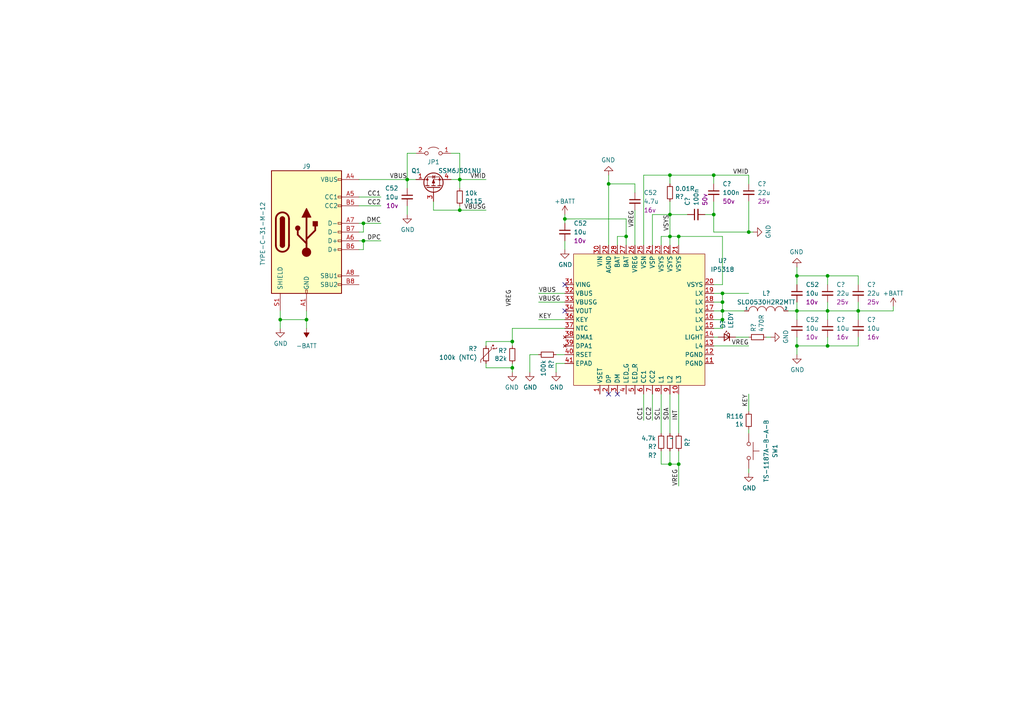
<source format=kicad_sch>
(kicad_sch (version 20230121) (generator eeschema)
  (paper "A4")
  (lib_symbols
    (symbol "Connector:USB_C_Receptacle_USB2.0" (pin_names (offset 1.016))
      (property "Reference" "J" (at -10.16 19.05 0))
      (property "Value" "USB_C_Receptacle_USB2.0" (at 19.05 19.05 0))
      (symbol "USB_C_Receptacle_USB2.0_0_0"
        (rectangle (start -0.254 -17.78) (end 0.254 -16.764))
        (rectangle (start 10.16 -14.986) (end 9.144 -15.494))
        (rectangle (start 10.16 -12.446) (end 9.144 -12.954))
        (rectangle (start 10.16 -4.826) (end 9.144 -5.334))
        (rectangle (start 10.16 -2.286) (end 9.144 -2.794))
        (rectangle (start 10.16 0.254) (end 9.144 -0.254))
        (rectangle (start 10.16 2.794) (end 9.144 2.286))
        (rectangle (start 10.16 7.874) (end 9.144 7.366))
        (rectangle (start 10.16 10.414) (end 9.144 9.906))
        (rectangle (start 10.16 15.494) (end 9.144 14.986))
      )
      (symbol "USB_C_Receptacle_USB2.0_0_1"
        (rectangle (start -10.16 17.78) (end 10.16 -17.78) (stroke (width 0.254)) (fill (type background)))
        (arc (start -8.89 -3.81) (mid -6.985 -5.7067) (end -5.08 -3.81) (stroke (width 0.508)))
        (arc (start -7.62 -3.81) (mid -6.985 -4.4423) (end -6.35 -3.81) (stroke (width 0.254)))
        (arc (start -7.62 -3.81) (mid -6.985 -4.4423) (end -6.35 -3.81) (stroke (width 0.254)) (fill (type outline)))
        (rectangle (start -7.62 -3.81) (end -6.35 3.81) (stroke (width 0.254)) (fill (type outline)))
        (arc (start -6.35 3.81) (mid -6.985 4.4423) (end -7.62 3.81) (stroke (width 0.254)))
        (arc (start -6.35 3.81) (mid -6.985 4.4423) (end -7.62 3.81) (stroke (width 0.254)) (fill (type outline)))
        (arc (start -5.08 3.81) (mid -6.985 5.7067) (end -8.89 3.81) (stroke (width 0.508)))
        (circle (center -2.54 1.143) (radius 0.635) (stroke (width 0.254)) (fill (type outline)))
        (circle (center 0 -5.842) (radius 1.27) (fill (type outline)))
        (polyline (pts (xy -8.89 -3.81) (xy -8.89 3.81)) (stroke (width 0.508)))
        (polyline (pts (xy -5.08 3.81) (xy -5.08 -3.81)) (stroke (width 0.508)))
        (polyline (pts (xy 0 -5.842) (xy 0 4.318)) (stroke (width 0.508)))
        (polyline (pts (xy 0 -3.302) (xy -2.54 -0.762) (xy -2.54 0.508)) (stroke (width 0.508)))
        (polyline (pts (xy 0 -2.032) (xy 2.54 0.508) (xy 2.54 1.778)) (stroke (width 0.508)))
        (polyline (pts (xy -1.27 4.318) (xy 0 6.858) (xy 1.27 4.318) (xy -1.27 4.318)) (stroke (width 0.254)) (fill (type outline)))
        (rectangle (start 1.905 1.778) (end 3.175 3.048) (stroke (width 0.254)) (fill (type outline)))
      )
      (symbol "USB_C_Receptacle_USB2.0_1_1"
        (pin passive line (at 0 -22.86 90) (length 5.08) (name "GND") (number "A1"))
        (pin passive line (at 0 -22.86 90) (length 5.08) hide (name "GND") (number "A12"))
        (pin passive line (at 15.24 15.24 180) (length 5.08) (name "VBUS") (number "A4"))
        (pin bidirectional line (at 15.24 10.16 180) (length 5.08) (name "CC1") (number "A5"))
        (pin bidirectional line (at 15.24 -2.54 180) (length 5.08) (name "D+") (number "A6"))
        (pin bidirectional line (at 15.24 2.54 180) (length 5.08) (name "D-") (number "A7"))
        (pin bidirectional line (at 15.24 -12.7 180) (length 5.08) (name "SBU1") (number "A8"))
        (pin passive line (at 15.24 15.24 180) (length 5.08) hide (name "VBUS") (number "A9"))
        (pin passive line (at 0 -22.86 90) (length 5.08) hide (name "GND") (number "B1"))
        (pin passive line (at 0 -22.86 90) (length 5.08) hide (name "GND") (number "B12"))
        (pin passive line (at 15.24 15.24 180) (length 5.08) hide (name "VBUS") (number "B4"))
        (pin bidirectional line (at 15.24 7.62 180) (length 5.08) (name "CC2") (number "B5"))
        (pin bidirectional line (at 15.24 -5.08 180) (length 5.08) (name "D+") (number "B6"))
        (pin bidirectional line (at 15.24 0 180) (length 5.08) (name "D-") (number "B7"))
        (pin bidirectional line (at 15.24 -15.24 180) (length 5.08) (name "SBU2") (number "B8"))
        (pin passive line (at 15.24 15.24 180) (length 5.08) hide (name "VBUS") (number "B9"))
        (pin passive line (at -7.62 -22.86 90) (length 5.08) (name "SHIELD") (number "S1"))
      )
    )
    (symbol "Device:C_Small" (pin_numbers hide) (pin_names (offset 0.254) hide)
      (property "Reference" "C" (at 0.254 1.778 0))
      (property "Value" "C_Small" (at 0.254 -2.032 0))
      (symbol "C_Small_0_1"
        (polyline (pts (xy -1.524 -0.508) (xy 1.524 -0.508)) (stroke (width 0.3302)))
        (polyline (pts (xy -1.524 0.508) (xy 1.524 0.508)) (stroke (width 0.3048)))
      )
      (symbol "C_Small_1_1"
        (pin passive line (at 0 2.54 270) (length 2.032) (name "~") (number "1"))
        (pin passive line (at 0 -2.54 90) (length 2.032) (name "~") (number "2"))
      )
    )
    (symbol "Device:LED_Small" (pin_numbers hide) (pin_names (offset 0.254) hide)
      (property "Reference" "D" (at -1.27 3.175 0))
      (property "Value" "LED_Small" (at -4.445 -2.54 0))
      (symbol "LED_Small_0_1"
        (polyline (pts (xy -0.762 -1.016) (xy -0.762 1.016)) (stroke (width 0.254)))
        (polyline (pts (xy 1.016 0) (xy -0.762 0)))
        (polyline (pts (xy 0.762 -1.016) (xy -0.762 0) (xy 0.762 1.016) (xy 0.762 -1.016)) (stroke (width 0.254)))
        (polyline (pts (xy 0 0.762) (xy -0.508 1.27) (xy -0.254 1.27) (xy -0.508 1.27) (xy -0.508 1.016)))
        (polyline (pts (xy 0.508 1.27) (xy 0 1.778) (xy 0.254 1.778) (xy 0 1.778) (xy 0 1.524)))
      )
      (symbol "LED_Small_1_1"
        (pin passive line (at -2.54 0 0) (length 1.778) (name "K") (number "1"))
        (pin passive line (at 2.54 0 180) (length 1.778) (name "A") (number "2"))
      )
    )
    (symbol "Device:R_Small" (pin_numbers hide) (pin_names (offset 0.254) hide)
      (property "Reference" "R" (at 0.762 0.508 0))
      (property "Value" "R_Small" (at 0.762 -1.016 0))
      (symbol "R_Small_0_1"
        (rectangle (start -0.762 1.778) (end 0.762 -1.778) (stroke (width 0.2032)))
      )
      (symbol "R_Small_1_1"
        (pin passive line (at 0 2.54 270) (length 0.762) (name "~") (number "1"))
        (pin passive line (at 0 -2.54 90) (length 0.762) (name "~") (number "2"))
      )
    )
    (symbol "Jumper:Jumper_2_Open" (pin_names (offset 0) hide)
      (property "Reference" "JP" (at 0 2.794 0))
      (property "Value" "Jumper_2_Open" (at 0 -2.286 0))
      (symbol "Jumper_2_Open_0_0"
        (circle (center -2.032 0) (radius 0.508))
        (circle (center 2.032 0) (radius 0.508))
      )
      (symbol "Jumper_2_Open_0_1"
        (arc (start 1.524 1.27) (mid 0 1.778) (end -1.524 1.27))
      )
      (symbol "Jumper_2_Open_1_1"
        (pin passive line (at -5.08 0 0) (length 2.54) (name "A") (number "1"))
        (pin passive line (at 5.08 0 180) (length 2.54) (name "B") (number "2"))
      )
    )
    (symbol "MAS_IC_PowerSupply:IP5318"
      (property "Reference" "U" (at 13.97 22.86 0))
      (property "Value" "IP5318" (at 13.97 20.32 0))
      (symbol "IP5318_0_0"
        (pin power_out line (at -21.59 7.62 0) (length 2.54) (name "VBUS") (number "32"))
        (pin output line (at -21.59 5.08 0) (length 2.54) (name "VBUSG") (number "33"))
      )
      (symbol "IP5318_0_1"
        (rectangle (start -19.05 19.05) (end 19.05 -19.05) (stroke (width 0.1524)) (fill (type background)))
      )
      (symbol "IP5318_1_0"
        (pin bidirectional line (at -8.89 -21.59 90) (length 2.54) (name "DP") (number "2"))
        (pin bidirectional line (at -6.35 -21.59 90) (length 2.54) (name "DM") (number "3"))
        (pin power_out line (at -21.59 2.54 0) (length 2.54) (name "VOUT") (number "34"))
        (pin input line (at -21.59 -2.54 0) (length 2.54) (name "NTC") (number "37"))
        (pin no_connect line (at -21.59 -5.08 0) (length 2.54) (name "DMA1") (number "38"))
        (pin no_connect line (at -21.59 -7.62 0) (length 2.54) (name "DPA1") (number "39"))
        (pin bidirectional line (at 1.27 -21.59 90) (length 2.54) (name "CC1") (number "6"))
        (pin bidirectional line (at 3.81 -21.59 90) (length 2.54) (name "CC2") (number "7"))
      )
      (symbol "IP5318_1_1"
        (pin input line (at -11.43 -21.59 90) (length 2.54) (name "VSET") (number "1"))
        (pin bidirectional line (at 11.43 -21.59 90) (length 2.54) (name "L3") (number "10"))
        (pin power_in line (at 21.59 -12.7 180) (length 2.54) (name "PGND") (number "11"))
        (pin power_in line (at 21.59 -10.16 180) (length 2.54) (name "PGND") (number "12"))
        (pin bidirectional line (at 21.59 -7.62 180) (length 2.54) (name "L4") (number "13"))
        (pin output line (at 21.59 -5.08 180) (length 2.54) (name "LIGHT") (number "14"))
        (pin bidirectional line (at 21.59 -2.54 180) (length 2.54) (name "LX") (number "15"))
        (pin bidirectional line (at 21.59 0 180) (length 2.54) (name "LX") (number "16"))
        (pin bidirectional line (at 21.59 2.54 180) (length 2.54) (name "LX") (number "17"))
        (pin bidirectional line (at 21.59 5.08 180) (length 2.54) (name "LX") (number "18"))
        (pin bidirectional line (at 21.59 7.62 180) (length 2.54) (name "LX") (number "19"))
        (pin power_out line (at 21.59 10.16 180) (length 2.54) (name "VSYS") (number "20"))
        (pin power_out line (at 11.43 21.59 270) (length 2.54) (name "VSYS") (number "21"))
        (pin power_out line (at 8.89 21.59 270) (length 2.54) (name "VSYS") (number "22"))
        (pin power_out line (at 6.35 21.59 270) (length 2.54) (name "VSYS") (number "23"))
        (pin input line (at 3.81 21.59 270) (length 2.54) (name "VSP") (number "24"))
        (pin input line (at 1.27 21.59 270) (length 2.54) (name "VSN") (number "25"))
        (pin output line (at -1.27 21.59 270) (length 2.54) (name "VREG") (number "26"))
        (pin bidirectional line (at -3.81 21.59 270) (length 2.54) (name "BAT") (number "27"))
        (pin bidirectional line (at -6.35 21.59 270) (length 2.54) (name "BAT") (number "28"))
        (pin power_in line (at -8.89 21.59 270) (length 2.54) (name "AGND") (number "29"))
        (pin power_in line (at -11.43 21.59 270) (length 2.54) (name "VIN") (number "30"))
        (pin output line (at -21.59 10.16 0) (length 2.54) (name "VING") (number "31"))
        (pin input line (at -21.59 0 0) (length 2.54) (name "KEY") (number "36"))
        (pin output line (at -3.81 -21.59 90) (length 2.54) (name "LED_G") (number "4"))
        (pin input line (at -21.59 -10.16 0) (length 2.54) (name "RSET") (number "40"))
        (pin power_in line (at -21.59 -12.7 0) (length 2.54) (name "EPAD") (number "41"))
        (pin output line (at -1.27 -21.59 90) (length 2.54) (name "LED_R") (number "5"))
        (pin bidirectional line (at 6.35 -21.59 90) (length 2.54) (name "L1") (number "8"))
        (pin bidirectional line (at 8.89 -21.59 90) (length 2.54) (name "L2") (number "9"))
      )
    )
    (symbol "MAS_Resistors:Thermistor_NTC" (pin_numbers hide) (pin_names (offset 1.016))
      (property "Reference" "R" (at -2.54 0 90))
      (property "Value" "Thermistor_NTC" (at 3.81 0 90))
      (symbol "Thermistor_NTC_0_0"
        (text "t°" (at -2.54 2.286 900) (effects (font (size 1.27 1.27))))
      )
      (symbol "Thermistor_NTC_0_1"
        (rectangle (start 0.762 -1.778) (end -0.762 1.778) (stroke (width 0.2032)))
      )
      (symbol "Thermistor_NTC_1_1"
        (polyline (pts (xy -1.524 2.286) (xy -1.524 1.524) (xy 1.524 -1.524) (xy 1.524 -2.286)))
        (pin passive line (at 0 2.54 270) (length 0.762) (name "~") (number "1"))
        (pin passive line (at 0 -2.54 90) (length 0.762) (name "~") (number "2"))
      )
    )
    (symbol "MAS_Transistors:SSM6J501NU" (pin_names hide)
      (property "Reference" "Q" (at 2.54 0 0))
      (property "Value" "SSM6J501NU" (at 2.54 -2.54 0))
      (symbol "SSM6J501NU_1_1"
        (circle (center -0.889 0) (radius 2.794) (stroke (width 0.254)))
        (circle (center 0 -1.778) (radius 0.254) (fill (type outline)))
        (polyline (pts (xy -2.286 0) (xy -3.81 0)))
        (polyline (pts (xy -2.286 1.905) (xy -2.286 -1.905)) (stroke (width 0.254)))
        (polyline (pts (xy -1.778 -1.27) (xy -1.778 -2.286)) (stroke (width 0.254)))
        (polyline (pts (xy -1.778 0.508) (xy -1.778 -0.508)) (stroke (width 0.254)))
        (polyline (pts (xy -1.778 2.286) (xy -1.778 1.27)) (stroke (width 0.254)))
        (polyline (pts (xy 0 2.54) (xy 0 1.778)))
        (polyline (pts (xy 0 -2.54) (xy 0 0) (xy -1.778 0)))
        (polyline (pts (xy -1.778 -1.778) (xy 0.762 -1.778) (xy 0.762 1.778) (xy -1.778 1.778)))
        (polyline (pts (xy 0 0) (xy -1.016 -0.381) (xy -1.016 0.381) (xy 0 0)) (fill (type outline)))
        (polyline (pts (xy 0.762 -0.381) (xy 1.143 0.254) (xy 0.381 0.254) (xy 0.762 -0.381)))
        (polyline (pts (xy 1.27 -0.508) (xy 1.143 -0.381) (xy 0.381 -0.381) (xy 0.254 -0.254)))
        (circle (center 0 1.778) (radius 0.254) (fill (type outline)))
        (pin passive line (at 0 5.08 270) (length 2.54) (name "D1") (number "1"))
        (pin passive line (at 0 5.08 270) (length 2.54) hide (name "D1") (number "2"))
        (pin input line (at -6.35 0 0) (length 2.54) (name "G1") (number "3"))
        (pin passive line (at 0 -5.08 90) (length 2.54) (name "S1") (number "4"))
        (pin passive line (at 0 5.08 270) (length 2.54) hide (name "D1") (number "5"))
        (pin passive line (at 0 5.08 270) (length 2.54) hide (name "D1") (number "6"))
        (pin passive line (at 0 -5.08 90) (length 2.54) hide (name "S1") (number "7"))
        (pin passive line (at 0 5.08 270) (length 2.54) hide (name "D1") (number "8"))
      )
    )
    (symbol "Switch:SW_Push" (pin_numbers hide) (pin_names (offset 1.016) hide)
      (property "Reference" "SW" (at 1.27 2.54 0))
      (property "Value" "SW_Push" (at 0 -1.524 0))
      (symbol "SW_Push_0_1"
        (circle (center -2.032 0) (radius 0.508))
        (polyline (pts (xy 0 1.27) (xy 0 3.048)))
        (polyline (pts (xy 2.54 1.27) (xy -2.54 1.27)))
        (circle (center 2.032 0) (radius 0.508))
        (pin passive line (at -5.08 0 0) (length 2.54) (name "1") (number "1"))
        (pin passive line (at 5.08 0 180) (length 2.54) (name "2") (number "2"))
      )
    )
    (symbol "power:+BATT" (power) (pin_names (offset 0))
      (property "Value" "+BATT" (at 0 3.556 0))
      (symbol "+BATT_0_1"
        (polyline (pts (xy -0.762 1.27) (xy 0 2.54)))
        (polyline (pts (xy 0 0) (xy 0 2.54)))
        (polyline (pts (xy 0 2.54) (xy 0.762 1.27)))
      )
      (symbol "+BATT_1_1"
        (pin power_in line (at 0 0 90) (length 0) hide (name "+BATT") (number "1"))
      )
    )
    (symbol "power:-BATT" (power) (pin_names (offset 0))
      (property "Value" "-BATT" (at 0 3.556 0))
      (symbol "-BATT_0_1"
        (polyline (pts (xy 0 0) (xy 0 2.54)))
        (polyline (pts (xy 0.762 1.27) (xy -0.762 1.27) (xy 0 2.54) (xy 0.762 1.27)) (fill (type outline)))
      )
      (symbol "-BATT_1_1"
        (pin power_in line (at 0 0 90) (length 0) hide (name "-BATT") (number "1"))
      )
    )
    (symbol "power:GND" (power) (pin_names (offset 0))
      (property "Value" "GND" (at 0 -3.81 0))
      (symbol "GND_0_1"
        (polyline (pts (xy 0 0) (xy 0 -1.27) (xy 1.27 -1.27) (xy 0 -2.54) (xy -1.27 -1.27) (xy 0 -1.27)))
      )
      (symbol "GND_1_1"
        (pin power_in line (at 0 0 270) (length 0) hide (name "GND") (number "1"))
      )
    )
    (symbol "pspice:INDUCTOR" (pin_numbers hide) (pin_names (offset 0))
      (property "Reference" "L" (at 0 2.54 0))
      (property "Value" "INDUCTOR" (at 0 -1.27 0))
      (symbol "INDUCTOR_0_1"
        (arc (start -2.54 0) (mid -3.81 1.2645) (end -5.08 0))
        (arc (start 0 0) (mid -1.27 1.2645) (end -2.54 0))
        (arc (start 2.54 0) (mid 1.27 1.2645) (end 0 0))
        (arc (start 5.08 0) (mid 3.81 1.2645) (end 2.54 0))
      )
      (symbol "INDUCTOR_1_1"
        (pin input line (at -6.35 0 0) (length 1.27) (name "1") (number "1"))
        (pin input line (at 6.35 0 180) (length 1.27) (name "2") (number "2"))
      )
    )
  )
  (junction (at 209.55 85.09))
  (junction (at 240.03 90.17))
  (junction (at 209.55 90.17))
  (junction (at 181.61 68.58))
  (junction (at 217.17 67.31))
  (junction (at 209.55 87.63))
  (junction (at 105.41 64.77))
  (junction (at 209.55 92.71))
  (junction (at 194.31 68.58))
  (junction (at 196.85 68.58))
  (junction (at 240.03 80.01))
  (junction (at 118.11 52.07))
  (junction (at 231.14 90.17))
  (junction (at 133.35 60.96))
  (junction (at 231.14 80.01))
  (junction (at 194.31 134.62))
  (junction (at 207.01 50.8))
  (junction (at 176.53 53.34))
  (junction (at 81.28 92.71))
  (junction (at 88.9 92.71))
  (junction (at 148.59 106.68))
  (junction (at 148.59 99.06))
  (junction (at 240.03 100.33))
  (junction (at 105.41 69.85))
  (junction (at 133.35 52.07))
  (junction (at 248.92 90.17))
  (junction (at 194.31 50.8))
  (junction (at 207.01 62.23))
  (junction (at 196.85 134.62))
  (junction (at 194.31 62.23))
  (junction (at 231.14 100.33))
  (junction (at 163.83 63.5))
  (no_connect (at 163.83 82.55))
  (no_connect (at 179.07 114.3))
  (no_connect (at 163.83 90.17))
  (no_connect (at 176.53 114.3))
  (wire (pts (xy 148.59 99.06) (xy 148.59 100.33)))
  (wire (pts (xy 231.14 90.17) (xy 240.03 90.17)))
  (wire (pts (xy 105.41 69.85) (xy 110.49 69.85)))
  (wire (pts (xy 248.92 90.17) (xy 259.08 90.17)))
  (wire (pts (xy 153.67 107.95) (xy 153.67 102.87)))
  (wire (pts (xy 104.14 52.07) (xy 118.11 52.07)))
  (wire (pts (xy 133.35 44.45) (xy 130.81 44.45)))
  (wire (pts (xy 196.85 68.58) (xy 194.31 68.58)))
  (wire (pts (xy 207.01 50.8) (xy 217.17 50.8)))
  (wire (pts (xy 186.69 50.8) (xy 194.31 50.8)))
  (wire (pts (xy 104.14 64.77) (xy 105.41 64.77)))
  (wire (pts (xy 217.17 67.31) (xy 218.44 67.31)))
  (wire (pts (xy 240.03 80.01) (xy 240.03 82.55)))
  (wire (pts (xy 209.55 90.17) (xy 209.55 92.71)))
  (wire (pts (xy 194.31 71.12) (xy 194.31 68.58)))
  (wire (pts (xy 88.9 92.71) (xy 81.28 92.71)))
  (wire (pts (xy 209.55 82.55) (xy 209.55 68.58)))
  (wire (pts (xy 189.23 114.3) (xy 189.23 121.92)))
  (wire (pts (xy 179.07 71.12) (xy 179.07 68.58)))
  (wire (pts (xy 209.55 92.71) (xy 209.55 95.25)))
  (wire (pts (xy 240.03 100.33) (xy 240.03 97.79)))
  (wire (pts (xy 248.92 90.17) (xy 248.92 92.71)))
  (wire (pts (xy 248.92 80.01) (xy 248.92 82.55)))
  (wire (pts (xy 161.29 105.41) (xy 161.29 107.95)))
  (wire (pts (xy 231.14 87.63) (xy 231.14 90.17)))
  (wire (pts (xy 186.69 71.12) (xy 186.69 50.8)))
  (wire (pts (xy 176.53 53.34) (xy 176.53 71.12)))
  (wire (pts (xy 191.77 68.58) (xy 191.77 71.12)))
  (wire (pts (xy 191.77 68.58) (xy 194.31 68.58)))
  (wire (pts (xy 194.31 114.3) (xy 194.31 125.73)))
  (wire (pts (xy 196.85 71.12) (xy 196.85 68.58)))
  (wire (pts (xy 133.35 52.07) (xy 130.81 52.07)))
  (wire (pts (xy 228.6 90.17) (xy 231.14 90.17)))
  (wire (pts (xy 163.83 92.71) (xy 156.21 92.71)))
  (wire (pts (xy 207.01 62.23) (xy 207.01 67.31)))
  (wire (pts (xy 148.59 95.25) (xy 163.83 95.25)))
  (wire (pts (xy 181.61 63.5) (xy 163.83 63.5)))
  (wire (pts (xy 196.85 134.62) (xy 196.85 140.97)))
  (wire (pts (xy 133.35 52.07) (xy 140.97 52.07)))
  (wire (pts (xy 186.69 114.3) (xy 186.69 121.92)))
  (wire (pts (xy 248.92 100.33) (xy 248.92 97.79)))
  (wire (pts (xy 88.9 90.17) (xy 88.9 92.71)))
  (wire (pts (xy 191.77 134.62) (xy 191.77 130.81)))
  (wire (pts (xy 231.14 90.17) (xy 231.14 92.71)))
  (wire (pts (xy 194.31 130.81) (xy 194.31 134.62)))
  (wire (pts (xy 240.03 90.17) (xy 240.03 92.71)))
  (wire (pts (xy 176.53 53.34) (xy 184.15 53.34)))
  (wire (pts (xy 240.03 80.01) (xy 231.14 80.01)))
  (wire (pts (xy 163.83 87.63) (xy 156.21 87.63)))
  (wire (pts (xy 125.73 60.96) (xy 125.73 58.42)))
  (wire (pts (xy 81.28 92.71) (xy 81.28 95.25)))
  (wire (pts (xy 207.01 67.31) (xy 217.17 67.31)))
  (wire (pts (xy 104.14 72.39) (xy 105.41 72.39)))
  (wire (pts (xy 231.14 80.01) (xy 231.14 77.47)))
  (wire (pts (xy 194.31 134.62) (xy 191.77 134.62)))
  (wire (pts (xy 240.03 90.17) (xy 248.92 90.17)))
  (wire (pts (xy 231.14 100.33) (xy 231.14 102.87)))
  (wire (pts (xy 248.92 80.01) (xy 240.03 80.01)))
  (wire (pts (xy 148.59 95.25) (xy 148.59 99.06)))
  (wire (pts (xy 194.31 58.42) (xy 194.31 62.23)))
  (wire (pts (xy 118.11 52.07) (xy 118.11 44.45)))
  (wire (pts (xy 209.55 87.63) (xy 209.55 90.17)))
  (wire (pts (xy 110.49 57.15) (xy 104.14 57.15)))
  (wire (pts (xy 153.67 102.87) (xy 156.21 102.87)))
  (wire (pts (xy 217.17 50.8) (xy 217.17 53.34)))
  (wire (pts (xy 140.97 100.33) (xy 140.97 99.06)))
  (wire (pts (xy 209.55 90.17) (xy 215.9 90.17)))
  (wire (pts (xy 240.03 87.63) (xy 240.03 90.17)))
  (wire (pts (xy 217.17 58.42) (xy 217.17 67.31)))
  (wire (pts (xy 140.97 99.06) (xy 148.59 99.06)))
  (wire (pts (xy 163.83 72.39) (xy 163.83 69.85)))
  (wire (pts (xy 163.83 62.23) (xy 163.83 63.5)))
  (wire (pts (xy 105.41 72.39) (xy 105.41 69.85)))
  (wire (pts (xy 105.41 64.77) (xy 110.49 64.77)))
  (wire (pts (xy 161.29 102.87) (xy 163.83 102.87)))
  (wire (pts (xy 196.85 114.3) (xy 196.85 125.73)))
  (wire (pts (xy 81.28 90.17) (xy 81.28 92.71)))
  (wire (pts (xy 191.77 114.3) (xy 191.77 125.73)))
  (wire (pts (xy 248.92 87.63) (xy 248.92 90.17)))
  (wire (pts (xy 207.01 58.42) (xy 207.01 62.23)))
  (wire (pts (xy 88.9 92.71) (xy 88.9 95.25)))
  (wire (pts (xy 209.55 95.25) (xy 207.01 95.25)))
  (wire (pts (xy 207.01 97.79) (xy 208.28 97.79)))
  (wire (pts (xy 222.25 97.79) (xy 223.52 97.79)))
  (wire (pts (xy 105.41 67.31) (xy 105.41 64.77)))
  (wire (pts (xy 189.23 71.12) (xy 189.23 62.23)))
  (wire (pts (xy 133.35 60.96) (xy 140.97 60.96)))
  (wire (pts (xy 181.61 68.58) (xy 181.61 71.12)))
  (wire (pts (xy 118.11 44.45) (xy 120.65 44.45)))
  (wire (pts (xy 161.29 105.41) (xy 163.83 105.41)))
  (wire (pts (xy 110.49 59.69) (xy 104.14 59.69)))
  (wire (pts (xy 194.31 62.23) (xy 199.39 62.23)))
  (wire (pts (xy 156.21 85.09) (xy 163.83 85.09)))
  (wire (pts (xy 217.17 135.89) (xy 217.17 137.16)))
  (wire (pts (xy 231.14 100.33) (xy 231.14 97.79)))
  (wire (pts (xy 184.15 60.96) (xy 184.15 71.12)))
  (wire (pts (xy 194.31 50.8) (xy 207.01 50.8)))
  (wire (pts (xy 133.35 44.45) (xy 133.35 52.07)))
  (wire (pts (xy 217.17 100.33) (xy 207.01 100.33)))
  (wire (pts (xy 133.35 59.69) (xy 133.35 60.96)))
  (wire (pts (xy 148.59 106.68) (xy 148.59 107.95)))
  (wire (pts (xy 133.35 54.61) (xy 133.35 52.07)))
  (wire (pts (xy 240.03 100.33) (xy 248.92 100.33)))
  (wire (pts (xy 207.01 82.55) (xy 209.55 82.55)))
  (wire (pts (xy 140.97 105.41) (xy 140.97 106.68)))
  (wire (pts (xy 217.17 97.79) (xy 213.36 97.79)))
  (wire (pts (xy 231.14 100.33) (xy 240.03 100.33)))
  (wire (pts (xy 207.01 50.8) (xy 207.01 53.34)))
  (wire (pts (xy 179.07 68.58) (xy 181.61 68.58)))
  (wire (pts (xy 120.65 52.07) (xy 118.11 52.07)))
  (wire (pts (xy 209.55 85.09) (xy 217.17 85.09)))
  (wire (pts (xy 133.35 60.96) (xy 125.73 60.96)))
  (wire (pts (xy 104.14 69.85) (xy 105.41 69.85)))
  (wire (pts (xy 231.14 80.01) (xy 231.14 82.55)))
  (wire (pts (xy 217.17 114.3) (xy 217.17 119.38)))
  (wire (pts (xy 209.55 68.58) (xy 196.85 68.58)))
  (wire (pts (xy 176.53 50.8) (xy 176.53 53.34)))
  (wire (pts (xy 194.31 50.8) (xy 194.31 53.34)))
  (wire (pts (xy 207.01 90.17) (xy 209.55 90.17)))
  (wire (pts (xy 196.85 134.62) (xy 194.31 134.62)))
  (wire (pts (xy 104.14 67.31) (xy 105.41 67.31)))
  (wire (pts (xy 207.01 92.71) (xy 209.55 92.71)))
  (wire (pts (xy 163.83 63.5) (xy 163.83 64.77)))
  (wire (pts (xy 207.01 85.09) (xy 209.55 85.09)))
  (wire (pts (xy 217.17 124.46) (xy 217.17 125.73)))
  (wire (pts (xy 196.85 130.81) (xy 196.85 134.62)))
  (wire (pts (xy 118.11 59.69) (xy 118.11 62.23)))
  (wire (pts (xy 204.47 62.23) (xy 207.01 62.23)))
  (wire (pts (xy 194.31 62.23) (xy 194.31 68.58)))
  (wire (pts (xy 140.97 106.68) (xy 148.59 106.68)))
  (wire (pts (xy 148.59 106.68) (xy 148.59 105.41)))
  (wire (pts (xy 209.55 85.09) (xy 209.55 87.63)))
  (wire (pts (xy 118.11 52.07) (xy 118.11 54.61)))
  (wire (pts (xy 189.23 62.23) (xy 194.31 62.23)))
  (wire (pts (xy 181.61 63.5) (xy 181.61 68.58)))
  (wire (pts (xy 184.15 53.34) (xy 184.15 55.88)))
  (wire (pts (xy 207.01 87.63) (xy 209.55 87.63)))
  (wire (pts (xy 259.08 88.9) (xy 259.08 90.17)))
  (label "VREG" (at 196.85 140.97 90))
  (label "SDA" (at 194.31 121.92 90))
  (label "VBUS" (at 156.21 85.09 0))
  (label "KEY" (at 217.17 114.3 270))
  (label "VSYS" (at 194.31 62.23 270))
  (label "INT" (at 196.85 121.92 90))
  (label "VREG" (at 217.17 100.33 180))
  (label "VBUSG" (at 140.97 60.96 180))
  (label "CC2" (at 189.23 121.92 90))
  (label "VBUS" (at 118.11 52.07 180))
  (label "KEY" (at 156.21 92.71 0))
  (label "VBUSG" (at 156.21 87.63 0))
  (label "SCL" (at 191.77 121.92 90))
  (label "CC1" (at 186.69 121.92 90))
  (label "VREG" (at 148.59 88.9 90))
  (label "CC2" (at 110.49 59.69 180))
  (label "VREG" (at 184.15 60.96 270))
  (label "CC1" (at 110.49 57.15 180))
  (label "DMC" (at 110.49 64.77 180))
  (label "VMID" (at 217.17 50.8 180))
  (label "VMID" (at 140.97 52.07 180))
  (label "DPC" (at 110.49 69.85 180))
  (symbol (lib_id "power:GND") (at 81.28 95.25 0) (unit 1)
    (property "Reference" "#PWR0240" (effects hide))
    (property "Value" "GND" (at 81.407 99.6442 0))
  )
  (symbol (lib_id "Device:R_Small") (at 148.59 102.87 0) (mirror x) (unit 1)
    (property "Reference" "R?" (at 147.0914 101.7016 0) (effects (justify right)))
    (property "Value" "82k" (at 147.0914 104.013 0) (effects (justify right)))
    (property "Footprint" "Resistor_SMD:R_0402_1005Metric" (effects hide))
    (property "lcsc" "C137932" (effects hide))
    (property "Coefficient" "1%" (effects hide))
  )
  (symbol (lib_id "power:GND") (at 231.14 77.47 180) (unit 1)
    (property "Reference" "#PWR020" (effects hide))
    (property "Value" "GND" (at 231.013 73.0758 0))
  )
  (symbol (lib_id "Device:C_Small") (at 184.15 58.42 0) (unit 1)
    (property "Reference" "C52" (at 186.69 55.88 0) (effects (justify left)))
    (property "Value" "4.7u" (at 186.69 58.42 0) (effects (justify left)))
    (property "Footprint" "Capacitor_SMD:C_0603_1608Metric" (effects hide))
    (property "lcsc" "C19666" (effects hide))
    (property "Coefficient" "X5R" (effects hide))
    (property "Voltage" "16v" (at 186.69 60.96 0) (effects (justify left)))
    (instances (project "main" (path "" (reference "C52") (unit 1)) (path "" (reference "C81") (unit 1)) (path "" (reference "C?") (unit 1))) (project "main" (path "" (reference "C38") (unit 1))))
  )
  (symbol (lib_id "Device:C_Small") (at 240.03 95.25 0) (unit 1)
    (property "Reference" "C?" (at 242.57 92.71 0) (effects (justify left)))
    (property "Value" "10u" (at 242.57 95.25 0) (effects (justify left)))
    (property "Footprint" "Capacitor_SMD:C_0805_2012Metric" (effects hide))
    (property "lcsc" "C95841" (effects hide))
    (property "Coefficient" "X7R" (effects hide))
    (property "Voltage" "16v" (at 242.57 97.79 0) (effects (justify left)))
  )
  (symbol (lib_id "Jumper:Jumper_2_Open") (at 125.73 44.45 0) (mirror y) (unit 1)
    (property "Reference" "JP1" (at 125.73 46.99 0))
    (property "Value" "JP" (effects hide))
    (property "Footprint" "MAS_Package_nostd:SolderJumper_Open_Pad0.5x0.8mm" (effects hide))
  )
  (symbol (lib_id "Device:R_Small") (at 219.71 97.79 270) (unit 1)
    (property "Reference" "R?" (at 218.5416 96.2914 0) (effects (justify right)))
    (property "Value" "470R" (at 220.853 96.2914 0) (effects (justify right)))
    (property "Footprint" "Resistor_SMD:R_0402_1005Metric" (effects hide))
    (property "Coefficient" "5%" (effects hide))
    (property "lcsc" "C25117" (effects hide))
  )
  (symbol (lib_id "Device:C_Small") (at 231.14 85.09 0) (unit 1)
    (property "Reference" "C52" (at 233.68 82.55 0) (effects (justify left)))
    (property "Value" "10u" (at 233.68 85.09 0) (effects (justify left)))
    (property "Footprint" "Capacitor_SMD:C_0603_1608Metric" (effects hide))
    (property "lcsc" "C19702" (effects hide))
    (property "Coefficient" "X5R" (effects hide))
    (property "Voltage" "10v" (at 233.68 87.63 0) (effects (justify left)))
    (instances (project "main" (path "" (reference "C52") (unit 1)) (path "" (reference "C?") (unit 1))) (project "main" (path "" (reference "C37") (unit 1))))
  )
  (symbol (lib_id "pspice:INDUCTOR") (at 222.25 90.17 0) (unit 1)
    (property "Reference" "L?" (at 222.25 85.09 0))
    (property "Value" "SLO0530H2R2MTT" (at 222.25 87.63 0))
    (property "Footprint" "MAS_Package_std:Power_inductor_SMD_0530" (effects hide))
    (property "Datasheet" "https://datasheet.lcsc.com/lcsc/1811151233_Sunltech-Tech-SLO0530H6R8MTT_C325965.pdf" (effects hide))
    (property "lcsc" "C325962" (effects hide))
  )
  (symbol (lib_id "Device:R_Small") (at 133.35 57.15 0) (mirror y) (unit 1)
    (property "Reference" "R115" (at 134.8486 58.3184 0) (effects (justify right)))
    (property "Value" "10k" (at 134.8486 56.007 0) (effects (justify right)))
    (property "Footprint" "Resistor_SMD:R_0402_1005Metric" (effects hide))
    (property "lcsc" "C25744" (effects hide))
    (property "Coefficient" "1%" (effects hide))
  )
  (symbol (lib_id "power:+BATT") (at 163.83 62.23 0) (unit 1)
    (property "Reference" "#PWR016" (effects hide))
    (property "Value" "+BATT" (at 163.83 58.42 0))
  )
  (symbol (lib_id "Device:C_Small") (at 118.11 57.15 0) (mirror y) (unit 1)
    (property "Reference" "C52" (at 115.57 54.61 0) (effects (justify left)))
    (property "Value" "10u" (at 115.57 57.15 0) (effects (justify left)))
    (property "Footprint" "Capacitor_SMD:C_0603_1608Metric" (effects hide))
    (property "lcsc" "C19702" (effects hide))
    (property "Coefficient" "X5R" (effects hide))
    (property "Voltage" "10v" (at 115.57 59.69 0) (effects (justify left)))
    (instances (project "main" (path "" (reference "C52") (unit 1)) (path "" (reference "C180") (unit 1))) (project "main" (path "" (reference "C37") (unit 1))))
  )
  (symbol (lib_id "power:GND") (at 153.67 107.95 0) (unit 1)
    (property "Reference" "#PWR014" (effects hide))
    (property "Value" "GND" (at 153.797 112.3442 0))
  )
  (symbol (lib_id "power:GND") (at 118.11 62.23 0) (unit 1)
    (property "Reference" "#PWR0238" (effects hide))
    (property "Value" "GND" (at 118.237 66.6242 0))
  )
  (symbol (lib_id "Switch:SW_Push") (at 217.17 130.81 270) (unit 1)
    (property "Reference" "SW1" (at 224.79 130.81 0))
    (property "Value" "TS-1187A-B-A-B" (at 222.25 130.81 0))
    (property "Footprint" "Button_Switch_SMD:SW_SPST_TL3342" (effects hide))
    (property "Datasheet" "https://datasheet.lcsc.com/lcsc/2002271431_XKB-Connectivity-TS-1187A-B-A-B_C318884.pdf" (effects hide))
    (property "lcsc" "C318884" (effects hide))
  )
  (symbol (lib_id "power:+BATT") (at 259.08 88.9 0) (unit 1)
    (property "Reference" "#PWR021" (effects hide))
    (property "Value" "+BATT" (at 259.08 85.09 0))
  )
  (symbol (lib_id "Device:C_Small") (at 217.17 55.88 0) (unit 1)
    (property "Reference" "C?" (at 219.71 53.34 0) (effects (justify left)))
    (property "Value" "22u" (at 219.71 55.88 0) (effects (justify left)))
    (property "Footprint" "Capacitor_SMD:C_0805_2012Metric" (effects hide))
    (property "lcsc" "C45783" (effects hide))
    (property "Coefficient" "X5R" (effects hide))
    (property "Voltage" "25v" (at 219.71 58.42 0) (effects (justify left)))
  )
  (symbol (lib_id "power:GND") (at 148.59 107.95 0) (mirror y) (unit 1)
    (property "Reference" "#PWR018" (effects hide))
    (property "Value" "GND" (at 148.463 112.3442 0))
  )
  (symbol (lib_id "Device:C_Small") (at 248.92 85.09 0) (unit 1)
    (property "Reference" "C?" (at 251.46 82.55 0) (effects (justify left)))
    (property "Value" "22u" (at 251.46 85.09 0) (effects (justify left)))
    (property "Footprint" "Capacitor_SMD:C_0805_2012Metric" (effects hide))
    (property "lcsc" "C45783" (effects hide))
    (property "Coefficient" "X5R" (effects hide))
    (property "Voltage" "25v" (at 251.46 87.63 0) (effects (justify left)))
  )
  (symbol (lib_id "Device:R_Small") (at 191.77 128.27 0) (unit 1)
    (property "Reference" "R?" (at 190.5 129.54 0) (effects (justify right)))
    (property "Value" "4.7k" (at 190.2714 127.127 0) (effects (justify right)))
    (property "Footprint" "Resistor_SMD:R_0402_1005Metric" (effects hide))
    (property "lcsc" "C25900" (effects hide))
    (property "Coefficient" "1%" (effects hide))
  )
  (symbol (lib_id "power:-BATT") (at 88.9 95.25 0) (mirror x) (unit 1)
    (property "Reference" "#PWR0239" (effects hide))
    (property "Value" "-BATT" (at 88.9 100.33 0))
  )
  (symbol (lib_id "power:GND") (at 176.53 50.8 180) (unit 1)
    (property "Reference" "#PWR015" (effects hide))
    (property "Value" "GND" (at 176.403 46.4058 0))
  )
  (symbol (lib_id "Device:R_Small") (at 196.85 128.27 0) (unit 1)
    (property "Reference" "R?" (at 199.39 127 90) (effects (justify right)))
    (property "Value" "~" (at 195.3514 127.127 0) (effects (justify right)))
    (property "Footprint" "Resistor_SMD:R_0402_1005Metric" (effects hide))
  )
  (symbol (lib_id "power:GND") (at 231.14 102.87 0) (unit 1)
    (property "Reference" "#PWR022" (effects hide))
    (property "Value" "GND" (at 231.267 107.2642 0))
  )
  (symbol (lib_id "Device:C_Small") (at 248.92 95.25 0) (unit 1)
    (property "Reference" "C?" (at 251.46 92.71 0) (effects (justify left)))
    (property "Value" "10u" (at 251.46 95.25 0) (effects (justify left)))
    (property "Footprint" "Capacitor_SMD:C_0805_2012Metric" (effects hide))
    (property "lcsc" "C95841" (effects hide))
    (property "Coefficient" "X7R" (effects hide))
    (property "Voltage" "16v" (at 251.46 97.79 0) (effects (justify left)))
  )
  (symbol (lib_id "Device:C_Small") (at 240.03 85.09 0) (unit 1)
    (property "Reference" "C?" (at 242.57 82.55 0) (effects (justify left)))
    (property "Value" "22u" (at 242.57 85.09 0) (effects (justify left)))
    (property "Footprint" "Capacitor_SMD:C_0805_2012Metric" (effects hide))
    (property "lcsc" "C45783" (effects hide))
    (property "Coefficient" "X5R" (effects hide))
    (property "Voltage" "25v" (at 242.57 87.63 0) (effects (justify left)))
  )
  (symbol (lib_id "power:GND") (at 163.83 72.39 0) (unit 1)
    (property "Reference" "#PWR017" (effects hide))
    (property "Value" "GND" (at 163.957 76.7842 0))
  )
  (symbol (lib_id "Device:R_Small") (at 217.17 121.92 0) (mirror x) (unit 1)
    (property "Reference" "R116" (at 215.6714 120.7516 0) (effects (justify right)))
    (property "Value" "1k" (at 215.6714 123.063 0) (effects (justify right)))
    (property "Footprint" "Resistor_SMD:R_0402_1005Metric" (effects hide))
    (property "lcsc" "C11702" (effects hide))
    (property "Coefficient" "1%" (effects hide))
  )
  (symbol (lib_id "Device:C_Small") (at 163.83 67.31 0) (unit 1)
    (property "Reference" "C52" (at 166.37 64.77 0) (effects (justify left)))
    (property "Value" "10u" (at 166.37 67.31 0) (effects (justify left)))
    (property "Footprint" "Capacitor_SMD:C_0603_1608Metric" (effects hide))
    (property "lcsc" "C19702" (effects hide))
    (property "Coefficient" "X5R" (effects hide))
    (property "Voltage" "10v" (at 166.37 69.85 0) (effects (justify left)))
    (instances (project "main" (path "" (reference "C52") (unit 1)) (path "" (reference "C?") (unit 1))) (project "main" (path "" (reference "C37") (unit 1))))
  )
  (symbol (lib_id "Device:R_Small") (at 194.31 128.27 0) (unit 1)
    (property "Reference" "R?" (at 190.5 132.08 0) (effects (justify right)))
    (property "Value" "4.7k" (effects hide))
    (property "Footprint" "Resistor_SMD:R_0402_1005Metric" (effects hide))
    (property "lcsc" "C25900" (effects hide))
    (property "Coefficient" "1%" (effects hide))
  )
  (symbol (lib_id "Device:C_Small") (at 207.01 55.88 0) (unit 1)
    (property "Reference" "C?" (at 209.55 53.34 0) (effects (justify left)))
    (property "Value" "100n" (at 209.55 55.88 0) (effects (justify left)))
    (property "Footprint" "Capacitor_SMD:C_0402_1005Metric" (effects hide))
    (property "lcsc" "C307331" (effects hide))
    (property "Coefficient" "X7R" (effects hide))
    (property "Voltage" "50v" (at 209.55 58.42 0) (effects (justify left)))
  )
  (symbol (lib_id "MAS_Resistors:Thermistor_NTC") (at 140.97 102.87 0) (mirror y) (unit 1)
    (property "Reference" "R?" (at 138.43 101.1368 0) (effects (justify left)))
    (property "Value" "100k (NTC)" (at 138.43 103.6768 0) (effects (justify left)))
    (property "Footprint" "Resistor_SMD:R_0805_2012Metric" (effects hide))
    (property "lcsc" "C95970" (effects hide))
    (property "Coefficient" "4250" (effects hide))
  )
  (symbol (lib_id "Device:C_Small") (at 231.14 95.25 0) (unit 1)
    (property "Reference" "C52" (at 233.68 92.71 0) (effects (justify left)))
    (property "Value" "10u" (at 233.68 95.25 0) (effects (justify left)))
    (property "Footprint" "Capacitor_SMD:C_0603_1608Metric" (effects hide))
    (property "lcsc" "C19702" (effects hide))
    (property "Coefficient" "X5R" (effects hide))
    (property "Voltage" "10v" (at 233.68 97.79 0) (effects (justify left)))
    (instances (project "main" (path "" (reference "C52") (unit 1)) (path "" (reference "C?") (unit 1))) (project "main" (path "" (reference "C37") (unit 1))))
  )
  (symbol (lib_id "power:GND") (at 223.52 97.79 90) (unit 1)
    (property "Reference" "#PWR019" (effects hide))
    (property "Value" "GND" (at 227.9142 97.663 0))
  )
  (symbol (lib_id "Device:R_Small") (at 194.31 55.88 0) (mirror y) (unit 1)
    (property "Reference" "R?" (at 195.8086 57.0484 0) (effects (justify right)))
    (property "Value" "0.01R" (at 195.8086 54.737 0) (effects (justify right)))
    (property "Footprint" "Resistor_SMD:R_1206_3216Metric" (effects hide))
    (property "lcsc" "C778444" (effects hide))
    (property "Coefficient" "1%" (effects hide))
  )
  (symbol (lib_id "MAS_IC_PowerSupply:IP5318") (at 185.42 92.71 0) (unit 1)
    (property "Reference" "U?" (at 209.55 75.6219 0))
    (property "Value" "IP5318" (at 209.55 78.1619 0))
    (property "Footprint" "Package_DFN_QFN:QFN-40-1EP_6x6mm_P0.5mm_EP4.6x4.6mm" (effects hide))
    (property "Datasheet" "https://datasheet.lcsc.com/lcsc/1810151710_INJOINIC-IP5318_C181691.pdf" (effects hide))
    (property "lcsc" "C181690" (effects hide))
  )
  (symbol (lib_id "power:GND") (at 161.29 107.95 0) (unit 1)
    (property "Reference" "#PWR012" (effects hide))
    (property "Value" "GND" (at 161.417 112.3442 0))
  )
  (symbol (lib_id "Device:C_Small") (at 201.93 62.23 90) (unit 1)
    (property "Reference" "C?" (at 199.39 59.69 0) (effects (justify left)))
    (property "Value" "100n" (at 201.93 59.69 0) (effects (justify left)))
    (property "Footprint" "Capacitor_SMD:C_0402_1005Metric" (effects hide))
    (property "lcsc" "C307331" (effects hide))
    (property "Coefficient" "X7R" (effects hide))
    (property "Voltage" "50v" (at 204.47 59.69 0) (effects (justify left)))
  )
  (symbol (lib_id "power:GND") (at 218.44 67.31 90) (unit 1)
    (property "Reference" "#PWR013" (effects hide))
    (property "Value" "GND" (at 222.8342 67.183 0))
  )
  (symbol (lib_id "power:GND") (at 217.17 137.16 0) (unit 1)
    (property "Reference" "#PWR0237" (effects hide))
    (property "Value" "GND" (at 217.297 141.5542 0))
  )
  (symbol (lib_id "Device:LED_Small") (at 210.82 97.79 0) (mirror y) (unit 1)
    (property "Reference" "D?" (at 209.6516 95.3008 90) (effects (justify left)))
    (property "Value" "LEDY" (at 211.963 95.3008 90) (effects (justify left)))
    (property "Footprint" "Diode_SMD:D_0603_1608Metric" (effects hide))
    (property "lcsc" "C72038" (effects hide))
  )
  (symbol (lib_id "MAS_Transistors:SSM6J501NU") (at 125.73 52.07 90) (unit 1)
    (property "Reference" "Q1" (at 120.65 49.53 90))
    (property "Value" "SSM6J501NU" (at 133.35 49.53 90))
    (property "Footprint" "MAS_Package_std:U-MOSVI" (effects hide))
    (property "Datasheet" "https://datasheet.lcsc.com/lcsc/1912111437_TOSHIBA-SSM6J501NU-LF_C146326.pdf" (effects hide))
    (property "lcsc" "C146326" (effects hide))
  )
  (symbol (lib_id "Connector:USB_C_Receptacle_USB2.0") (at 88.9 67.31 0) (unit 1)
    (property "Reference" "J9" (at 88.9 48.26 0))
    (property "Value" "TYPE-C-31-M-12 " (at 76.2 67.31 90))
    (property "Footprint" "MAS_Package_std:USB_C_Receptacle_HRO_TYPE-C-31-M-12" (effects hide))
    (property "Datasheet" "https://www.usb.org/sites/default/files/documents/usb_type-c.zip" (effects hide))
    (property "lcsc" "C165948" (effects hide))
  )
  (symbol (lib_id "Device:R_Small") (at 158.75 102.87 90) (unit 1)
    (property "Reference" "R?" (at 159.9184 104.3686 0) (effects (justify right)))
    (property "Value" "100k" (at 157.607 104.3686 0) (effects (justify right)))
    (property "Footprint" "Resistor_SMD:R_0402_1005Metric" (effects hide))
    (property "lcsc" "C25741" (effects hide))
    (property "Coefficient" "1%" (effects hide))
  )
)
</source>
